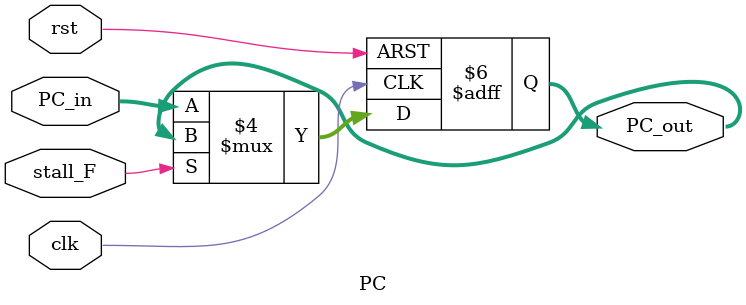
<source format=sv>
`include "Header_File.svh"
module PC(
	input logic	clk, 
	input logic rst,
	
	input logic stall_F,
	
	input logic [31:0]PC_in,
	output logic [31:0]PC_out
);

	always_ff @(posedge clk or negedge rst)
	begin
		
		if(!rst)
		begin
			PC_out <= 32'd0;
		end
		
		else
			if(stall_F)
				begin
					PC_out <= PC_out;
				end
			else
				begin
					PC_out <= PC_in;
				end
	end
endmodule
</source>
